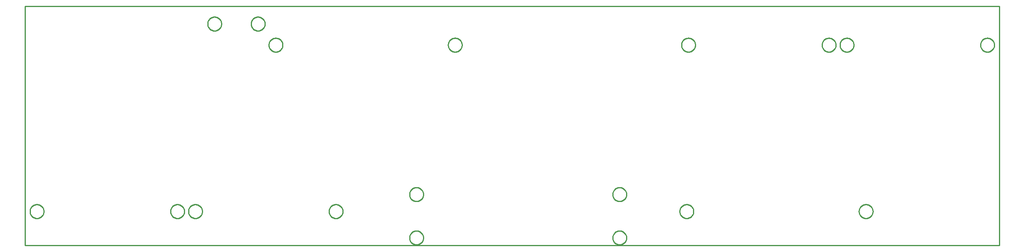
<source format=gbr>
G04 EAGLE Gerber RS-274X export*
G75*
%MOMM*%
%FSLAX34Y34*%
%LPD*%
%IN*%
%IPPOS*%
%AMOC8*
5,1,8,0,0,1.08239X$1,22.5*%
G01*
%ADD10C,0.254000*%


D10*
X0Y0D02*
X2108000Y0D01*
X2108000Y518000D01*
X0Y518000D01*
X0Y0D01*
X847586Y125500D02*
X848654Y125424D01*
X849715Y125271D01*
X850762Y125043D01*
X851790Y124741D01*
X852794Y124367D01*
X853769Y123922D01*
X854709Y123408D01*
X855610Y122829D01*
X856468Y122187D01*
X857278Y121485D01*
X858035Y120728D01*
X858737Y119918D01*
X859379Y119060D01*
X859958Y118159D01*
X860472Y117219D01*
X860917Y116244D01*
X861291Y115240D01*
X861593Y114212D01*
X861821Y113165D01*
X861974Y112104D01*
X862050Y111036D01*
X862050Y109964D01*
X861974Y108896D01*
X861821Y107835D01*
X861593Y106788D01*
X861291Y105760D01*
X860917Y104756D01*
X860472Y103781D01*
X859958Y102841D01*
X859379Y101940D01*
X858737Y101082D01*
X858035Y100272D01*
X857278Y99515D01*
X856468Y98813D01*
X855610Y98171D01*
X854709Y97592D01*
X853769Y97078D01*
X852794Y96633D01*
X851790Y96259D01*
X850762Y95957D01*
X849715Y95729D01*
X848654Y95576D01*
X847586Y95500D01*
X846514Y95500D01*
X845446Y95576D01*
X844385Y95729D01*
X843338Y95957D01*
X842310Y96259D01*
X841306Y96633D01*
X840331Y97078D01*
X839391Y97592D01*
X838490Y98171D01*
X837632Y98813D01*
X836822Y99515D01*
X836065Y100272D01*
X835363Y101082D01*
X834721Y101940D01*
X834142Y102841D01*
X833628Y103781D01*
X833183Y104756D01*
X832809Y105760D01*
X832507Y106788D01*
X832279Y107835D01*
X832126Y108896D01*
X832050Y109964D01*
X832050Y111036D01*
X832126Y112104D01*
X832279Y113165D01*
X832507Y114212D01*
X832809Y115240D01*
X833183Y116244D01*
X833628Y117219D01*
X834142Y118159D01*
X834721Y119060D01*
X835363Y119918D01*
X836065Y120728D01*
X836822Y121485D01*
X837632Y122187D01*
X838490Y122829D01*
X839391Y123408D01*
X840331Y123922D01*
X841306Y124367D01*
X842310Y124741D01*
X843338Y125043D01*
X844385Y125271D01*
X845446Y125424D01*
X846514Y125500D01*
X847586Y125500D01*
X847586Y31500D02*
X848654Y31424D01*
X849715Y31271D01*
X850762Y31043D01*
X851790Y30741D01*
X852794Y30367D01*
X853769Y29922D01*
X854709Y29408D01*
X855610Y28829D01*
X856468Y28187D01*
X857278Y27485D01*
X858035Y26728D01*
X858737Y25918D01*
X859379Y25060D01*
X859958Y24159D01*
X860472Y23219D01*
X860917Y22244D01*
X861291Y21240D01*
X861593Y20212D01*
X861821Y19165D01*
X861974Y18104D01*
X862050Y17036D01*
X862050Y15964D01*
X861974Y14896D01*
X861821Y13835D01*
X861593Y12788D01*
X861291Y11760D01*
X860917Y10756D01*
X860472Y9781D01*
X859958Y8841D01*
X859379Y7940D01*
X858737Y7082D01*
X858035Y6272D01*
X857278Y5515D01*
X856468Y4813D01*
X855610Y4171D01*
X854709Y3592D01*
X853769Y3078D01*
X852794Y2633D01*
X851790Y2259D01*
X850762Y1957D01*
X849715Y1729D01*
X848654Y1576D01*
X847586Y1500D01*
X846514Y1500D01*
X845446Y1576D01*
X844385Y1729D01*
X843338Y1957D01*
X842310Y2259D01*
X841306Y2633D01*
X840331Y3078D01*
X839391Y3592D01*
X838490Y4171D01*
X837632Y4813D01*
X836822Y5515D01*
X836065Y6272D01*
X835363Y7082D01*
X834721Y7940D01*
X834142Y8841D01*
X833628Y9781D01*
X833183Y10756D01*
X832809Y11760D01*
X832507Y12788D01*
X832279Y13835D01*
X832126Y14896D01*
X832050Y15964D01*
X832050Y17036D01*
X832126Y18104D01*
X832279Y19165D01*
X832507Y20212D01*
X832809Y21240D01*
X833183Y22244D01*
X833628Y23219D01*
X834142Y24159D01*
X834721Y25060D01*
X835363Y25918D01*
X836065Y26728D01*
X836822Y27485D01*
X837632Y28187D01*
X838490Y28829D01*
X839391Y29408D01*
X840331Y29922D01*
X841306Y30367D01*
X842310Y30741D01*
X843338Y31043D01*
X844385Y31271D01*
X845446Y31424D01*
X846514Y31500D01*
X847586Y31500D01*
X344800Y73164D02*
X344724Y72096D01*
X344571Y71035D01*
X344343Y69988D01*
X344041Y68960D01*
X343667Y67956D01*
X343222Y66981D01*
X342708Y66041D01*
X342129Y65140D01*
X341487Y64282D01*
X340785Y63472D01*
X340028Y62715D01*
X339218Y62013D01*
X338360Y61371D01*
X337459Y60792D01*
X336519Y60278D01*
X335544Y59833D01*
X334540Y59459D01*
X333512Y59157D01*
X332465Y58929D01*
X331404Y58776D01*
X330336Y58700D01*
X329264Y58700D01*
X328196Y58776D01*
X327135Y58929D01*
X326088Y59157D01*
X325060Y59459D01*
X324056Y59833D01*
X323081Y60278D01*
X322141Y60792D01*
X321240Y61371D01*
X320382Y62013D01*
X319572Y62715D01*
X318815Y63472D01*
X318113Y64282D01*
X317471Y65140D01*
X316892Y66041D01*
X316378Y66981D01*
X315933Y67956D01*
X315559Y68960D01*
X315257Y69988D01*
X315029Y71035D01*
X314876Y72096D01*
X314800Y73164D01*
X314800Y74236D01*
X314876Y75304D01*
X315029Y76365D01*
X315257Y77412D01*
X315559Y78440D01*
X315933Y79444D01*
X316378Y80419D01*
X316892Y81359D01*
X317471Y82260D01*
X318113Y83118D01*
X318815Y83928D01*
X319572Y84685D01*
X320382Y85387D01*
X321240Y86029D01*
X322141Y86608D01*
X323081Y87122D01*
X324056Y87567D01*
X325060Y87941D01*
X326088Y88243D01*
X327135Y88471D01*
X328196Y88624D01*
X329264Y88700D01*
X330336Y88700D01*
X331404Y88624D01*
X332465Y88471D01*
X333512Y88243D01*
X334540Y87941D01*
X335544Y87567D01*
X336519Y87122D01*
X337459Y86608D01*
X338360Y86029D01*
X339218Y85387D01*
X340028Y84685D01*
X340785Y83928D01*
X341487Y83118D01*
X342129Y82260D01*
X342708Y81359D01*
X343222Y80419D01*
X343667Y79444D01*
X344041Y78440D01*
X344343Y77412D01*
X344571Y76365D01*
X344724Y75304D01*
X344800Y74236D01*
X344800Y73164D01*
X40800Y73164D02*
X40724Y72096D01*
X40571Y71035D01*
X40343Y69988D01*
X40041Y68960D01*
X39667Y67956D01*
X39222Y66981D01*
X38708Y66041D01*
X38129Y65140D01*
X37487Y64282D01*
X36785Y63472D01*
X36028Y62715D01*
X35218Y62013D01*
X34360Y61371D01*
X33459Y60792D01*
X32519Y60278D01*
X31544Y59833D01*
X30540Y59459D01*
X29512Y59157D01*
X28465Y58929D01*
X27404Y58776D01*
X26336Y58700D01*
X25264Y58700D01*
X24196Y58776D01*
X23135Y58929D01*
X22088Y59157D01*
X21060Y59459D01*
X20056Y59833D01*
X19081Y60278D01*
X18141Y60792D01*
X17240Y61371D01*
X16382Y62013D01*
X15572Y62715D01*
X14815Y63472D01*
X14113Y64282D01*
X13471Y65140D01*
X12892Y66041D01*
X12378Y66981D01*
X11933Y67956D01*
X11559Y68960D01*
X11257Y69988D01*
X11029Y71035D01*
X10876Y72096D01*
X10800Y73164D01*
X10800Y74236D01*
X10876Y75304D01*
X11029Y76365D01*
X11257Y77412D01*
X11559Y78440D01*
X11933Y79444D01*
X12378Y80419D01*
X12892Y81359D01*
X13471Y82260D01*
X14113Y83118D01*
X14815Y83928D01*
X15572Y84685D01*
X16382Y85387D01*
X17240Y86029D01*
X18141Y86608D01*
X19081Y87122D01*
X20056Y87567D01*
X21060Y87941D01*
X22088Y88243D01*
X23135Y88471D01*
X24196Y88624D01*
X25264Y88700D01*
X26336Y88700D01*
X27404Y88624D01*
X28465Y88471D01*
X29512Y88243D01*
X30540Y87941D01*
X31544Y87567D01*
X32519Y87122D01*
X33459Y86608D01*
X34360Y86029D01*
X35218Y85387D01*
X36028Y84685D01*
X36785Y83928D01*
X37487Y83118D01*
X38129Y82260D01*
X38708Y81359D01*
X39222Y80419D01*
X39667Y79444D01*
X40041Y78440D01*
X40343Y77412D01*
X40571Y76365D01*
X40724Y75304D01*
X40800Y74236D01*
X40800Y73164D01*
X687700Y73164D02*
X687624Y72096D01*
X687471Y71035D01*
X687243Y69988D01*
X686941Y68960D01*
X686567Y67956D01*
X686122Y66981D01*
X685608Y66041D01*
X685029Y65140D01*
X684387Y64282D01*
X683685Y63472D01*
X682928Y62715D01*
X682118Y62013D01*
X681260Y61371D01*
X680359Y60792D01*
X679419Y60278D01*
X678444Y59833D01*
X677440Y59459D01*
X676412Y59157D01*
X675365Y58929D01*
X674304Y58776D01*
X673236Y58700D01*
X672164Y58700D01*
X671096Y58776D01*
X670035Y58929D01*
X668988Y59157D01*
X667960Y59459D01*
X666956Y59833D01*
X665981Y60278D01*
X665041Y60792D01*
X664140Y61371D01*
X663282Y62013D01*
X662472Y62715D01*
X661715Y63472D01*
X661013Y64282D01*
X660371Y65140D01*
X659792Y66041D01*
X659278Y66981D01*
X658833Y67956D01*
X658459Y68960D01*
X658157Y69988D01*
X657929Y71035D01*
X657776Y72096D01*
X657700Y73164D01*
X657700Y74236D01*
X657776Y75304D01*
X657929Y76365D01*
X658157Y77412D01*
X658459Y78440D01*
X658833Y79444D01*
X659278Y80419D01*
X659792Y81359D01*
X660371Y82260D01*
X661013Y83118D01*
X661715Y83928D01*
X662472Y84685D01*
X663282Y85387D01*
X664140Y86029D01*
X665041Y86608D01*
X665981Y87122D01*
X666956Y87567D01*
X667960Y87941D01*
X668988Y88243D01*
X670035Y88471D01*
X671096Y88624D01*
X672164Y88700D01*
X673236Y88700D01*
X674304Y88624D01*
X675365Y88471D01*
X676412Y88243D01*
X677440Y87941D01*
X678444Y87567D01*
X679419Y87122D01*
X680359Y86608D01*
X681260Y86029D01*
X682118Y85387D01*
X682928Y84685D01*
X683685Y83928D01*
X684387Y83118D01*
X685029Y82260D01*
X685608Y81359D01*
X686122Y80419D01*
X686567Y79444D01*
X686941Y78440D01*
X687243Y77412D01*
X687471Y76365D01*
X687624Y75304D01*
X687700Y74236D01*
X687700Y73164D01*
X383700Y73164D02*
X383624Y72096D01*
X383471Y71035D01*
X383243Y69988D01*
X382941Y68960D01*
X382567Y67956D01*
X382122Y66981D01*
X381608Y66041D01*
X381029Y65140D01*
X380387Y64282D01*
X379685Y63472D01*
X378928Y62715D01*
X378118Y62013D01*
X377260Y61371D01*
X376359Y60792D01*
X375419Y60278D01*
X374444Y59833D01*
X373440Y59459D01*
X372412Y59157D01*
X371365Y58929D01*
X370304Y58776D01*
X369236Y58700D01*
X368164Y58700D01*
X367096Y58776D01*
X366035Y58929D01*
X364988Y59157D01*
X363960Y59459D01*
X362956Y59833D01*
X361981Y60278D01*
X361041Y60792D01*
X360140Y61371D01*
X359282Y62013D01*
X358472Y62715D01*
X357715Y63472D01*
X357013Y64282D01*
X356371Y65140D01*
X355792Y66041D01*
X355278Y66981D01*
X354833Y67956D01*
X354459Y68960D01*
X354157Y69988D01*
X353929Y71035D01*
X353776Y72096D01*
X353700Y73164D01*
X353700Y74236D01*
X353776Y75304D01*
X353929Y76365D01*
X354157Y77412D01*
X354459Y78440D01*
X354833Y79444D01*
X355278Y80419D01*
X355792Y81359D01*
X356371Y82260D01*
X357013Y83118D01*
X357715Y83928D01*
X358472Y84685D01*
X359282Y85387D01*
X360140Y86029D01*
X361041Y86608D01*
X361981Y87122D01*
X362956Y87567D01*
X363960Y87941D01*
X364988Y88243D01*
X366035Y88471D01*
X367096Y88624D01*
X368164Y88700D01*
X369236Y88700D01*
X370304Y88624D01*
X371365Y88471D01*
X372412Y88243D01*
X373440Y87941D01*
X374444Y87567D01*
X375419Y87122D01*
X376359Y86608D01*
X377260Y86029D01*
X378118Y85387D01*
X378928Y84685D01*
X379685Y83928D01*
X380387Y83118D01*
X381029Y82260D01*
X381608Y81359D01*
X382122Y80419D01*
X382567Y79444D01*
X382941Y78440D01*
X383243Y77412D01*
X383471Y76365D01*
X383624Y75304D01*
X383700Y74236D01*
X383700Y73164D01*
X527600Y434836D02*
X527676Y435904D01*
X527829Y436965D01*
X528057Y438012D01*
X528359Y439040D01*
X528733Y440044D01*
X529178Y441019D01*
X529692Y441959D01*
X530271Y442860D01*
X530913Y443718D01*
X531615Y444528D01*
X532372Y445285D01*
X533182Y445987D01*
X534040Y446629D01*
X534941Y447208D01*
X535881Y447722D01*
X536856Y448167D01*
X537860Y448541D01*
X538888Y448843D01*
X539935Y449071D01*
X540996Y449224D01*
X542064Y449300D01*
X543136Y449300D01*
X544204Y449224D01*
X545265Y449071D01*
X546312Y448843D01*
X547340Y448541D01*
X548344Y448167D01*
X549319Y447722D01*
X550259Y447208D01*
X551160Y446629D01*
X552018Y445987D01*
X552828Y445285D01*
X553585Y444528D01*
X554287Y443718D01*
X554929Y442860D01*
X555508Y441959D01*
X556022Y441019D01*
X556467Y440044D01*
X556841Y439040D01*
X557143Y438012D01*
X557371Y436965D01*
X557524Y435904D01*
X557600Y434836D01*
X557600Y433764D01*
X557524Y432696D01*
X557371Y431635D01*
X557143Y430588D01*
X556841Y429560D01*
X556467Y428556D01*
X556022Y427581D01*
X555508Y426641D01*
X554929Y425740D01*
X554287Y424882D01*
X553585Y424072D01*
X552828Y423315D01*
X552018Y422613D01*
X551160Y421971D01*
X550259Y421392D01*
X549319Y420878D01*
X548344Y420433D01*
X547340Y420059D01*
X546312Y419757D01*
X545265Y419529D01*
X544204Y419376D01*
X543136Y419300D01*
X542064Y419300D01*
X540996Y419376D01*
X539935Y419529D01*
X538888Y419757D01*
X537860Y420059D01*
X536856Y420433D01*
X535881Y420878D01*
X534941Y421392D01*
X534040Y421971D01*
X533182Y422613D01*
X532372Y423315D01*
X531615Y424072D01*
X530913Y424882D01*
X530271Y425740D01*
X529692Y426641D01*
X529178Y427581D01*
X528733Y428556D01*
X528359Y429560D01*
X528057Y430588D01*
X527829Y431635D01*
X527676Y432696D01*
X527600Y433764D01*
X527600Y434836D01*
X915600Y434836D02*
X915676Y435904D01*
X915829Y436965D01*
X916057Y438012D01*
X916359Y439040D01*
X916733Y440044D01*
X917178Y441019D01*
X917692Y441959D01*
X918271Y442860D01*
X918913Y443718D01*
X919615Y444528D01*
X920372Y445285D01*
X921182Y445987D01*
X922040Y446629D01*
X922941Y447208D01*
X923881Y447722D01*
X924856Y448167D01*
X925860Y448541D01*
X926888Y448843D01*
X927935Y449071D01*
X928996Y449224D01*
X930064Y449300D01*
X931136Y449300D01*
X932204Y449224D01*
X933265Y449071D01*
X934312Y448843D01*
X935340Y448541D01*
X936344Y448167D01*
X937319Y447722D01*
X938259Y447208D01*
X939160Y446629D01*
X940018Y445987D01*
X940828Y445285D01*
X941585Y444528D01*
X942287Y443718D01*
X942929Y442860D01*
X943508Y441959D01*
X944022Y441019D01*
X944467Y440044D01*
X944841Y439040D01*
X945143Y438012D01*
X945371Y436965D01*
X945524Y435904D01*
X945600Y434836D01*
X945600Y433764D01*
X945524Y432696D01*
X945371Y431635D01*
X945143Y430588D01*
X944841Y429560D01*
X944467Y428556D01*
X944022Y427581D01*
X943508Y426641D01*
X942929Y425740D01*
X942287Y424882D01*
X941585Y424072D01*
X940828Y423315D01*
X940018Y422613D01*
X939160Y421971D01*
X938259Y421392D01*
X937319Y420878D01*
X936344Y420433D01*
X935340Y420059D01*
X934312Y419757D01*
X933265Y419529D01*
X932204Y419376D01*
X931136Y419300D01*
X930064Y419300D01*
X928996Y419376D01*
X927935Y419529D01*
X926888Y419757D01*
X925860Y420059D01*
X924856Y420433D01*
X923881Y420878D01*
X922941Y421392D01*
X922040Y421971D01*
X921182Y422613D01*
X920372Y423315D01*
X919615Y424072D01*
X918913Y424882D01*
X918271Y425740D01*
X917692Y426641D01*
X917178Y427581D01*
X916733Y428556D01*
X916359Y429560D01*
X916057Y430588D01*
X915829Y431635D01*
X915676Y432696D01*
X915600Y433764D01*
X915600Y434836D01*
X1286014Y1500D02*
X1284946Y1576D01*
X1283885Y1729D01*
X1282838Y1957D01*
X1281810Y2259D01*
X1280806Y2633D01*
X1279831Y3078D01*
X1278891Y3592D01*
X1277990Y4171D01*
X1277132Y4813D01*
X1276322Y5515D01*
X1275565Y6272D01*
X1274863Y7082D01*
X1274221Y7940D01*
X1273642Y8841D01*
X1273128Y9781D01*
X1272683Y10756D01*
X1272309Y11760D01*
X1272007Y12788D01*
X1271779Y13835D01*
X1271626Y14896D01*
X1271550Y15964D01*
X1271550Y17036D01*
X1271626Y18104D01*
X1271779Y19165D01*
X1272007Y20212D01*
X1272309Y21240D01*
X1272683Y22244D01*
X1273128Y23219D01*
X1273642Y24159D01*
X1274221Y25060D01*
X1274863Y25918D01*
X1275565Y26728D01*
X1276322Y27485D01*
X1277132Y28187D01*
X1277990Y28829D01*
X1278891Y29408D01*
X1279831Y29922D01*
X1280806Y30367D01*
X1281810Y30741D01*
X1282838Y31043D01*
X1283885Y31271D01*
X1284946Y31424D01*
X1286014Y31500D01*
X1287086Y31500D01*
X1288154Y31424D01*
X1289215Y31271D01*
X1290262Y31043D01*
X1291290Y30741D01*
X1292294Y30367D01*
X1293269Y29922D01*
X1294209Y29408D01*
X1295110Y28829D01*
X1295968Y28187D01*
X1296778Y27485D01*
X1297535Y26728D01*
X1298237Y25918D01*
X1298879Y25060D01*
X1299458Y24159D01*
X1299972Y23219D01*
X1300417Y22244D01*
X1300791Y21240D01*
X1301093Y20212D01*
X1301321Y19165D01*
X1301474Y18104D01*
X1301550Y17036D01*
X1301550Y15964D01*
X1301474Y14896D01*
X1301321Y13835D01*
X1301093Y12788D01*
X1300791Y11760D01*
X1300417Y10756D01*
X1299972Y9781D01*
X1299458Y8841D01*
X1298879Y7940D01*
X1298237Y7082D01*
X1297535Y6272D01*
X1296778Y5515D01*
X1295968Y4813D01*
X1295110Y4171D01*
X1294209Y3592D01*
X1293269Y3078D01*
X1292294Y2633D01*
X1291290Y2259D01*
X1290262Y1957D01*
X1289215Y1729D01*
X1288154Y1576D01*
X1287086Y1500D01*
X1286014Y1500D01*
X1286014Y95500D02*
X1284946Y95576D01*
X1283885Y95729D01*
X1282838Y95957D01*
X1281810Y96259D01*
X1280806Y96633D01*
X1279831Y97078D01*
X1278891Y97592D01*
X1277990Y98171D01*
X1277132Y98813D01*
X1276322Y99515D01*
X1275565Y100272D01*
X1274863Y101082D01*
X1274221Y101940D01*
X1273642Y102841D01*
X1273128Y103781D01*
X1272683Y104756D01*
X1272309Y105760D01*
X1272007Y106788D01*
X1271779Y107835D01*
X1271626Y108896D01*
X1271550Y109964D01*
X1271550Y111036D01*
X1271626Y112104D01*
X1271779Y113165D01*
X1272007Y114212D01*
X1272309Y115240D01*
X1272683Y116244D01*
X1273128Y117219D01*
X1273642Y118159D01*
X1274221Y119060D01*
X1274863Y119918D01*
X1275565Y120728D01*
X1276322Y121485D01*
X1277132Y122187D01*
X1277990Y122829D01*
X1278891Y123408D01*
X1279831Y123922D01*
X1280806Y124367D01*
X1281810Y124741D01*
X1282838Y125043D01*
X1283885Y125271D01*
X1284946Y125424D01*
X1286014Y125500D01*
X1287086Y125500D01*
X1288154Y125424D01*
X1289215Y125271D01*
X1290262Y125043D01*
X1291290Y124741D01*
X1292294Y124367D01*
X1293269Y123922D01*
X1294209Y123408D01*
X1295110Y122829D01*
X1295968Y122187D01*
X1296778Y121485D01*
X1297535Y120728D01*
X1298237Y119918D01*
X1298879Y119060D01*
X1299458Y118159D01*
X1299972Y117219D01*
X1300417Y116244D01*
X1300791Y115240D01*
X1301093Y114212D01*
X1301321Y113165D01*
X1301474Y112104D01*
X1301550Y111036D01*
X1301550Y109964D01*
X1301474Y108896D01*
X1301321Y107835D01*
X1301093Y106788D01*
X1300791Y105760D01*
X1300417Y104756D01*
X1299972Y103781D01*
X1299458Y102841D01*
X1298879Y101940D01*
X1298237Y101082D01*
X1297535Y100272D01*
X1296778Y99515D01*
X1295968Y98813D01*
X1295110Y98171D01*
X1294209Y97592D01*
X1293269Y97078D01*
X1292294Y96633D01*
X1291290Y96259D01*
X1290262Y95957D01*
X1289215Y95729D01*
X1288154Y95576D01*
X1287086Y95500D01*
X1286014Y95500D01*
X519200Y479564D02*
X519124Y478496D01*
X518971Y477435D01*
X518743Y476388D01*
X518441Y475360D01*
X518067Y474356D01*
X517622Y473381D01*
X517108Y472441D01*
X516529Y471540D01*
X515887Y470682D01*
X515185Y469872D01*
X514428Y469115D01*
X513618Y468413D01*
X512760Y467771D01*
X511859Y467192D01*
X510919Y466678D01*
X509944Y466233D01*
X508940Y465859D01*
X507912Y465557D01*
X506865Y465329D01*
X505804Y465176D01*
X504736Y465100D01*
X503664Y465100D01*
X502596Y465176D01*
X501535Y465329D01*
X500488Y465557D01*
X499460Y465859D01*
X498456Y466233D01*
X497481Y466678D01*
X496541Y467192D01*
X495640Y467771D01*
X494782Y468413D01*
X493972Y469115D01*
X493215Y469872D01*
X492513Y470682D01*
X491871Y471540D01*
X491292Y472441D01*
X490778Y473381D01*
X490333Y474356D01*
X489959Y475360D01*
X489657Y476388D01*
X489429Y477435D01*
X489276Y478496D01*
X489200Y479564D01*
X489200Y480636D01*
X489276Y481704D01*
X489429Y482765D01*
X489657Y483812D01*
X489959Y484840D01*
X490333Y485844D01*
X490778Y486819D01*
X491292Y487759D01*
X491871Y488660D01*
X492513Y489518D01*
X493215Y490328D01*
X493972Y491085D01*
X494782Y491787D01*
X495640Y492429D01*
X496541Y493008D01*
X497481Y493522D01*
X498456Y493967D01*
X499460Y494341D01*
X500488Y494643D01*
X501535Y494871D01*
X502596Y495024D01*
X503664Y495100D01*
X504736Y495100D01*
X505804Y495024D01*
X506865Y494871D01*
X507912Y494643D01*
X508940Y494341D01*
X509944Y493967D01*
X510919Y493522D01*
X511859Y493008D01*
X512760Y492429D01*
X513618Y491787D01*
X514428Y491085D01*
X515185Y490328D01*
X515887Y489518D01*
X516529Y488660D01*
X517108Y487759D01*
X517622Y486819D01*
X518067Y485844D01*
X518441Y484840D01*
X518743Y483812D01*
X518971Y482765D01*
X519124Y481704D01*
X519200Y480636D01*
X519200Y479564D01*
X425200Y479564D02*
X425124Y478496D01*
X424971Y477435D01*
X424743Y476388D01*
X424441Y475360D01*
X424067Y474356D01*
X423622Y473381D01*
X423108Y472441D01*
X422529Y471540D01*
X421887Y470682D01*
X421185Y469872D01*
X420428Y469115D01*
X419618Y468413D01*
X418760Y467771D01*
X417859Y467192D01*
X416919Y466678D01*
X415944Y466233D01*
X414940Y465859D01*
X413912Y465557D01*
X412865Y465329D01*
X411804Y465176D01*
X410736Y465100D01*
X409664Y465100D01*
X408596Y465176D01*
X407535Y465329D01*
X406488Y465557D01*
X405460Y465859D01*
X404456Y466233D01*
X403481Y466678D01*
X402541Y467192D01*
X401640Y467771D01*
X400782Y468413D01*
X399972Y469115D01*
X399215Y469872D01*
X398513Y470682D01*
X397871Y471540D01*
X397292Y472441D01*
X396778Y473381D01*
X396333Y474356D01*
X395959Y475360D01*
X395657Y476388D01*
X395429Y477435D01*
X395276Y478496D01*
X395200Y479564D01*
X395200Y480636D01*
X395276Y481704D01*
X395429Y482765D01*
X395657Y483812D01*
X395959Y484840D01*
X396333Y485844D01*
X396778Y486819D01*
X397292Y487759D01*
X397871Y488660D01*
X398513Y489518D01*
X399215Y490328D01*
X399972Y491085D01*
X400782Y491787D01*
X401640Y492429D01*
X402541Y493008D01*
X403481Y493522D01*
X404456Y493967D01*
X405460Y494341D01*
X406488Y494643D01*
X407535Y494871D01*
X408596Y495024D01*
X409664Y495100D01*
X410736Y495100D01*
X411804Y495024D01*
X412865Y494871D01*
X413912Y494643D01*
X414940Y494341D01*
X415944Y493967D01*
X416919Y493522D01*
X417859Y493008D01*
X418760Y492429D01*
X419618Y491787D01*
X420428Y491085D01*
X421185Y490328D01*
X421887Y489518D01*
X422529Y488660D01*
X423108Y487759D01*
X423622Y486819D01*
X424067Y485844D01*
X424441Y484840D01*
X424743Y483812D01*
X424971Y482765D01*
X425124Y481704D01*
X425200Y480636D01*
X425200Y479564D01*
X1763400Y434836D02*
X1763476Y435904D01*
X1763629Y436965D01*
X1763857Y438012D01*
X1764159Y439040D01*
X1764533Y440044D01*
X1764978Y441019D01*
X1765492Y441959D01*
X1766071Y442860D01*
X1766713Y443718D01*
X1767415Y444528D01*
X1768172Y445285D01*
X1768982Y445987D01*
X1769840Y446629D01*
X1770741Y447208D01*
X1771681Y447722D01*
X1772656Y448167D01*
X1773660Y448541D01*
X1774688Y448843D01*
X1775735Y449071D01*
X1776796Y449224D01*
X1777864Y449300D01*
X1778936Y449300D01*
X1780004Y449224D01*
X1781065Y449071D01*
X1782112Y448843D01*
X1783140Y448541D01*
X1784144Y448167D01*
X1785119Y447722D01*
X1786059Y447208D01*
X1786960Y446629D01*
X1787818Y445987D01*
X1788628Y445285D01*
X1789385Y444528D01*
X1790087Y443718D01*
X1790729Y442860D01*
X1791308Y441959D01*
X1791822Y441019D01*
X1792267Y440044D01*
X1792641Y439040D01*
X1792943Y438012D01*
X1793171Y436965D01*
X1793324Y435904D01*
X1793400Y434836D01*
X1793400Y433764D01*
X1793324Y432696D01*
X1793171Y431635D01*
X1792943Y430588D01*
X1792641Y429560D01*
X1792267Y428556D01*
X1791822Y427581D01*
X1791308Y426641D01*
X1790729Y425740D01*
X1790087Y424882D01*
X1789385Y424072D01*
X1788628Y423315D01*
X1787818Y422613D01*
X1786960Y421971D01*
X1786059Y421392D01*
X1785119Y420878D01*
X1784144Y420433D01*
X1783140Y420059D01*
X1782112Y419757D01*
X1781065Y419529D01*
X1780004Y419376D01*
X1778936Y419300D01*
X1777864Y419300D01*
X1776796Y419376D01*
X1775735Y419529D01*
X1774688Y419757D01*
X1773660Y420059D01*
X1772656Y420433D01*
X1771681Y420878D01*
X1770741Y421392D01*
X1769840Y421971D01*
X1768982Y422613D01*
X1768172Y423315D01*
X1767415Y424072D01*
X1766713Y424882D01*
X1766071Y425740D01*
X1765492Y426641D01*
X1764978Y427581D01*
X1764533Y428556D01*
X1764159Y429560D01*
X1763857Y430588D01*
X1763629Y431635D01*
X1763476Y432696D01*
X1763400Y433764D01*
X1763400Y434836D01*
X2067400Y434836D02*
X2067476Y435904D01*
X2067629Y436965D01*
X2067857Y438012D01*
X2068159Y439040D01*
X2068533Y440044D01*
X2068978Y441019D01*
X2069492Y441959D01*
X2070071Y442860D01*
X2070713Y443718D01*
X2071415Y444528D01*
X2072172Y445285D01*
X2072982Y445987D01*
X2073840Y446629D01*
X2074741Y447208D01*
X2075681Y447722D01*
X2076656Y448167D01*
X2077660Y448541D01*
X2078688Y448843D01*
X2079735Y449071D01*
X2080796Y449224D01*
X2081864Y449300D01*
X2082936Y449300D01*
X2084004Y449224D01*
X2085065Y449071D01*
X2086112Y448843D01*
X2087140Y448541D01*
X2088144Y448167D01*
X2089119Y447722D01*
X2090059Y447208D01*
X2090960Y446629D01*
X2091818Y445987D01*
X2092628Y445285D01*
X2093385Y444528D01*
X2094087Y443718D01*
X2094729Y442860D01*
X2095308Y441959D01*
X2095822Y441019D01*
X2096267Y440044D01*
X2096641Y439040D01*
X2096943Y438012D01*
X2097171Y436965D01*
X2097324Y435904D01*
X2097400Y434836D01*
X2097400Y433764D01*
X2097324Y432696D01*
X2097171Y431635D01*
X2096943Y430588D01*
X2096641Y429560D01*
X2096267Y428556D01*
X2095822Y427581D01*
X2095308Y426641D01*
X2094729Y425740D01*
X2094087Y424882D01*
X2093385Y424072D01*
X2092628Y423315D01*
X2091818Y422613D01*
X2090960Y421971D01*
X2090059Y421392D01*
X2089119Y420878D01*
X2088144Y420433D01*
X2087140Y420059D01*
X2086112Y419757D01*
X2085065Y419529D01*
X2084004Y419376D01*
X2082936Y419300D01*
X2081864Y419300D01*
X2080796Y419376D01*
X2079735Y419529D01*
X2078688Y419757D01*
X2077660Y420059D01*
X2076656Y420433D01*
X2075681Y420878D01*
X2074741Y421392D01*
X2073840Y421971D01*
X2072982Y422613D01*
X2072172Y423315D01*
X2071415Y424072D01*
X2070713Y424882D01*
X2070071Y425740D01*
X2069492Y426641D01*
X2068978Y427581D01*
X2068533Y428556D01*
X2068159Y429560D01*
X2067857Y430588D01*
X2067629Y431635D01*
X2067476Y432696D01*
X2067400Y433764D01*
X2067400Y434836D01*
X1420500Y434836D02*
X1420576Y435904D01*
X1420729Y436965D01*
X1420957Y438012D01*
X1421259Y439040D01*
X1421633Y440044D01*
X1422078Y441019D01*
X1422592Y441959D01*
X1423171Y442860D01*
X1423813Y443718D01*
X1424515Y444528D01*
X1425272Y445285D01*
X1426082Y445987D01*
X1426940Y446629D01*
X1427841Y447208D01*
X1428781Y447722D01*
X1429756Y448167D01*
X1430760Y448541D01*
X1431788Y448843D01*
X1432835Y449071D01*
X1433896Y449224D01*
X1434964Y449300D01*
X1436036Y449300D01*
X1437104Y449224D01*
X1438165Y449071D01*
X1439212Y448843D01*
X1440240Y448541D01*
X1441244Y448167D01*
X1442219Y447722D01*
X1443159Y447208D01*
X1444060Y446629D01*
X1444918Y445987D01*
X1445728Y445285D01*
X1446485Y444528D01*
X1447187Y443718D01*
X1447829Y442860D01*
X1448408Y441959D01*
X1448922Y441019D01*
X1449367Y440044D01*
X1449741Y439040D01*
X1450043Y438012D01*
X1450271Y436965D01*
X1450424Y435904D01*
X1450500Y434836D01*
X1450500Y433764D01*
X1450424Y432696D01*
X1450271Y431635D01*
X1450043Y430588D01*
X1449741Y429560D01*
X1449367Y428556D01*
X1448922Y427581D01*
X1448408Y426641D01*
X1447829Y425740D01*
X1447187Y424882D01*
X1446485Y424072D01*
X1445728Y423315D01*
X1444918Y422613D01*
X1444060Y421971D01*
X1443159Y421392D01*
X1442219Y420878D01*
X1441244Y420433D01*
X1440240Y420059D01*
X1439212Y419757D01*
X1438165Y419529D01*
X1437104Y419376D01*
X1436036Y419300D01*
X1434964Y419300D01*
X1433896Y419376D01*
X1432835Y419529D01*
X1431788Y419757D01*
X1430760Y420059D01*
X1429756Y420433D01*
X1428781Y420878D01*
X1427841Y421392D01*
X1426940Y421971D01*
X1426082Y422613D01*
X1425272Y423315D01*
X1424515Y424072D01*
X1423813Y424882D01*
X1423171Y425740D01*
X1422592Y426641D01*
X1422078Y427581D01*
X1421633Y428556D01*
X1421259Y429560D01*
X1420957Y430588D01*
X1420729Y431635D01*
X1420576Y432696D01*
X1420500Y433764D01*
X1420500Y434836D01*
X1724500Y434836D02*
X1724576Y435904D01*
X1724729Y436965D01*
X1724957Y438012D01*
X1725259Y439040D01*
X1725633Y440044D01*
X1726078Y441019D01*
X1726592Y441959D01*
X1727171Y442860D01*
X1727813Y443718D01*
X1728515Y444528D01*
X1729272Y445285D01*
X1730082Y445987D01*
X1730940Y446629D01*
X1731841Y447208D01*
X1732781Y447722D01*
X1733756Y448167D01*
X1734760Y448541D01*
X1735788Y448843D01*
X1736835Y449071D01*
X1737896Y449224D01*
X1738964Y449300D01*
X1740036Y449300D01*
X1741104Y449224D01*
X1742165Y449071D01*
X1743212Y448843D01*
X1744240Y448541D01*
X1745244Y448167D01*
X1746219Y447722D01*
X1747159Y447208D01*
X1748060Y446629D01*
X1748918Y445987D01*
X1749728Y445285D01*
X1750485Y444528D01*
X1751187Y443718D01*
X1751829Y442860D01*
X1752408Y441959D01*
X1752922Y441019D01*
X1753367Y440044D01*
X1753741Y439040D01*
X1754043Y438012D01*
X1754271Y436965D01*
X1754424Y435904D01*
X1754500Y434836D01*
X1754500Y433764D01*
X1754424Y432696D01*
X1754271Y431635D01*
X1754043Y430588D01*
X1753741Y429560D01*
X1753367Y428556D01*
X1752922Y427581D01*
X1752408Y426641D01*
X1751829Y425740D01*
X1751187Y424882D01*
X1750485Y424072D01*
X1749728Y423315D01*
X1748918Y422613D01*
X1748060Y421971D01*
X1747159Y421392D01*
X1746219Y420878D01*
X1745244Y420433D01*
X1744240Y420059D01*
X1743212Y419757D01*
X1742165Y419529D01*
X1741104Y419376D01*
X1740036Y419300D01*
X1738964Y419300D01*
X1737896Y419376D01*
X1736835Y419529D01*
X1735788Y419757D01*
X1734760Y420059D01*
X1733756Y420433D01*
X1732781Y420878D01*
X1731841Y421392D01*
X1730940Y421971D01*
X1730082Y422613D01*
X1729272Y423315D01*
X1728515Y424072D01*
X1727813Y424882D01*
X1727171Y425740D01*
X1726592Y426641D01*
X1726078Y427581D01*
X1725633Y428556D01*
X1725259Y429560D01*
X1724957Y430588D01*
X1724729Y431635D01*
X1724576Y432696D01*
X1724500Y433764D01*
X1724500Y434836D01*
X1834600Y73164D02*
X1834524Y72096D01*
X1834371Y71035D01*
X1834143Y69988D01*
X1833841Y68960D01*
X1833467Y67956D01*
X1833022Y66981D01*
X1832508Y66041D01*
X1831929Y65140D01*
X1831287Y64282D01*
X1830585Y63472D01*
X1829828Y62715D01*
X1829018Y62013D01*
X1828160Y61371D01*
X1827259Y60792D01*
X1826319Y60278D01*
X1825344Y59833D01*
X1824340Y59459D01*
X1823312Y59157D01*
X1822265Y58929D01*
X1821204Y58776D01*
X1820136Y58700D01*
X1819064Y58700D01*
X1817996Y58776D01*
X1816935Y58929D01*
X1815888Y59157D01*
X1814860Y59459D01*
X1813856Y59833D01*
X1812881Y60278D01*
X1811941Y60792D01*
X1811040Y61371D01*
X1810182Y62013D01*
X1809372Y62715D01*
X1808615Y63472D01*
X1807913Y64282D01*
X1807271Y65140D01*
X1806692Y66041D01*
X1806178Y66981D01*
X1805733Y67956D01*
X1805359Y68960D01*
X1805057Y69988D01*
X1804829Y71035D01*
X1804676Y72096D01*
X1804600Y73164D01*
X1804600Y74236D01*
X1804676Y75304D01*
X1804829Y76365D01*
X1805057Y77412D01*
X1805359Y78440D01*
X1805733Y79444D01*
X1806178Y80419D01*
X1806692Y81359D01*
X1807271Y82260D01*
X1807913Y83118D01*
X1808615Y83928D01*
X1809372Y84685D01*
X1810182Y85387D01*
X1811040Y86029D01*
X1811941Y86608D01*
X1812881Y87122D01*
X1813856Y87567D01*
X1814860Y87941D01*
X1815888Y88243D01*
X1816935Y88471D01*
X1817996Y88624D01*
X1819064Y88700D01*
X1820136Y88700D01*
X1821204Y88624D01*
X1822265Y88471D01*
X1823312Y88243D01*
X1824340Y87941D01*
X1825344Y87567D01*
X1826319Y87122D01*
X1827259Y86608D01*
X1828160Y86029D01*
X1829018Y85387D01*
X1829828Y84685D01*
X1830585Y83928D01*
X1831287Y83118D01*
X1831929Y82260D01*
X1832508Y81359D01*
X1833022Y80419D01*
X1833467Y79444D01*
X1833841Y78440D01*
X1834143Y77412D01*
X1834371Y76365D01*
X1834524Y75304D01*
X1834600Y74236D01*
X1834600Y73164D01*
X1446600Y73164D02*
X1446524Y72096D01*
X1446371Y71035D01*
X1446143Y69988D01*
X1445841Y68960D01*
X1445467Y67956D01*
X1445022Y66981D01*
X1444508Y66041D01*
X1443929Y65140D01*
X1443287Y64282D01*
X1442585Y63472D01*
X1441828Y62715D01*
X1441018Y62013D01*
X1440160Y61371D01*
X1439259Y60792D01*
X1438319Y60278D01*
X1437344Y59833D01*
X1436340Y59459D01*
X1435312Y59157D01*
X1434265Y58929D01*
X1433204Y58776D01*
X1432136Y58700D01*
X1431064Y58700D01*
X1429996Y58776D01*
X1428935Y58929D01*
X1427888Y59157D01*
X1426860Y59459D01*
X1425856Y59833D01*
X1424881Y60278D01*
X1423941Y60792D01*
X1423040Y61371D01*
X1422182Y62013D01*
X1421372Y62715D01*
X1420615Y63472D01*
X1419913Y64282D01*
X1419271Y65140D01*
X1418692Y66041D01*
X1418178Y66981D01*
X1417733Y67956D01*
X1417359Y68960D01*
X1417057Y69988D01*
X1416829Y71035D01*
X1416676Y72096D01*
X1416600Y73164D01*
X1416600Y74236D01*
X1416676Y75304D01*
X1416829Y76365D01*
X1417057Y77412D01*
X1417359Y78440D01*
X1417733Y79444D01*
X1418178Y80419D01*
X1418692Y81359D01*
X1419271Y82260D01*
X1419913Y83118D01*
X1420615Y83928D01*
X1421372Y84685D01*
X1422182Y85387D01*
X1423040Y86029D01*
X1423941Y86608D01*
X1424881Y87122D01*
X1425856Y87567D01*
X1426860Y87941D01*
X1427888Y88243D01*
X1428935Y88471D01*
X1429996Y88624D01*
X1431064Y88700D01*
X1432136Y88700D01*
X1433204Y88624D01*
X1434265Y88471D01*
X1435312Y88243D01*
X1436340Y87941D01*
X1437344Y87567D01*
X1438319Y87122D01*
X1439259Y86608D01*
X1440160Y86029D01*
X1441018Y85387D01*
X1441828Y84685D01*
X1442585Y83928D01*
X1443287Y83118D01*
X1443929Y82260D01*
X1444508Y81359D01*
X1445022Y80419D01*
X1445467Y79444D01*
X1445841Y78440D01*
X1446143Y77412D01*
X1446371Y76365D01*
X1446524Y75304D01*
X1446600Y74236D01*
X1446600Y73164D01*
M02*

</source>
